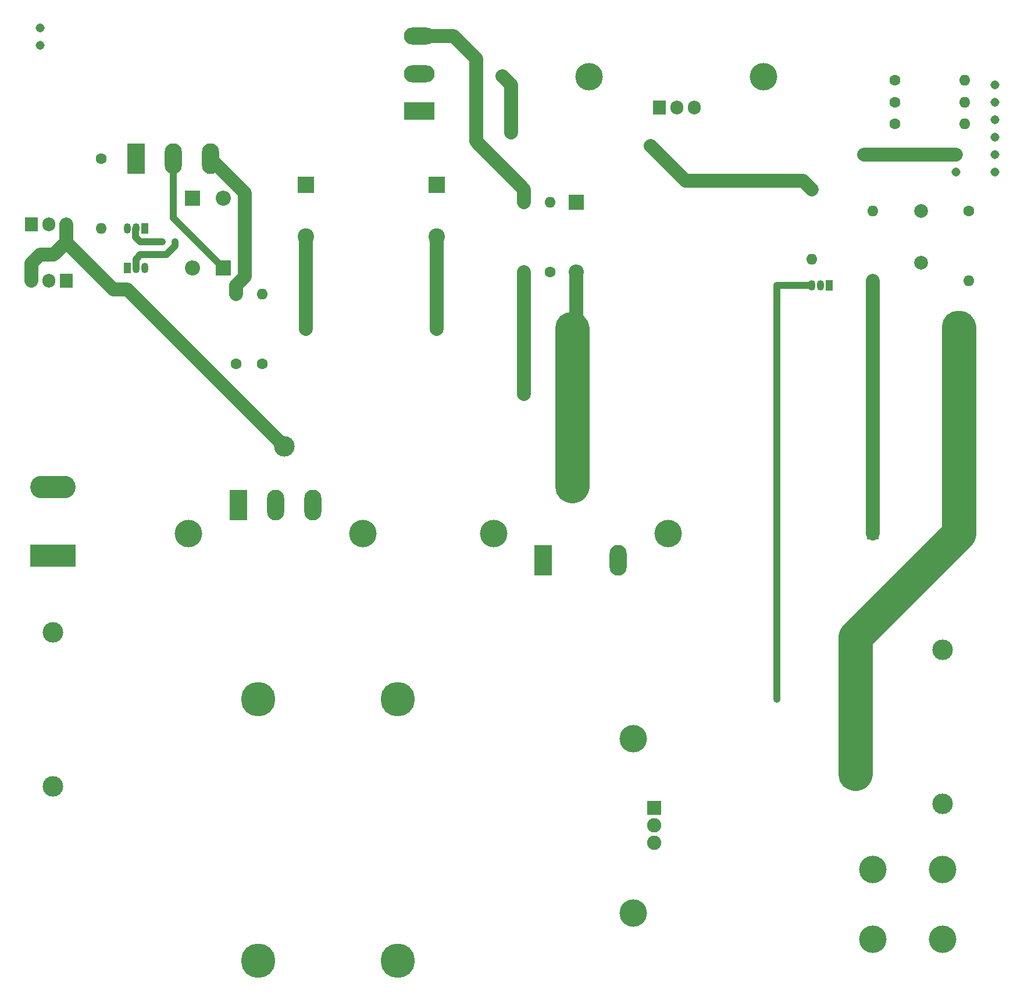
<source format=gbr>
%TF.GenerationSoftware,KiCad,Pcbnew,(5.1.7)-1*%
%TF.CreationDate,2020-10-24T18:30:36+02:00*%
%TF.ProjectId,dcconverter,6463636f-6e76-4657-9274-65722e6b6963,rev?*%
%TF.SameCoordinates,Original*%
%TF.FileFunction,Copper,L1,Top*%
%TF.FilePolarity,Positive*%
%FSLAX46Y46*%
G04 Gerber Fmt 4.6, Leading zero omitted, Abs format (unit mm)*
G04 Created by KiCad (PCBNEW (5.1.7)-1) date 2020-10-24 18:30:36*
%MOMM*%
%LPD*%
G01*
G04 APERTURE LIST*
%TA.AperFunction,ComponentPad*%
%ADD10C,5.000000*%
%TD*%
%TA.AperFunction,ComponentPad*%
%ADD11C,2.400000*%
%TD*%
%TA.AperFunction,ComponentPad*%
%ADD12R,2.400000X2.400000*%
%TD*%
%TA.AperFunction,ComponentPad*%
%ADD13C,4.000000*%
%TD*%
%TA.AperFunction,ComponentPad*%
%ADD14O,1.905000X2.000000*%
%TD*%
%TA.AperFunction,ComponentPad*%
%ADD15R,1.905000X2.000000*%
%TD*%
%TA.AperFunction,ComponentPad*%
%ADD16C,1.310000*%
%TD*%
%TA.AperFunction,ComponentPad*%
%ADD17R,1.800000X1.800000*%
%TD*%
%TA.AperFunction,ComponentPad*%
%ADD18C,1.800000*%
%TD*%
%TA.AperFunction,ComponentPad*%
%ADD19C,2.000000*%
%TD*%
%TA.AperFunction,ComponentPad*%
%ADD20R,2.500000X4.500000*%
%TD*%
%TA.AperFunction,ComponentPad*%
%ADD21O,2.500000X4.500000*%
%TD*%
%TA.AperFunction,ComponentPad*%
%ADD22R,2.200000X2.200000*%
%TD*%
%TA.AperFunction,ComponentPad*%
%ADD23O,2.200000X2.200000*%
%TD*%
%TA.AperFunction,ComponentPad*%
%ADD24C,3.000000*%
%TD*%
%TA.AperFunction,ComponentPad*%
%ADD25R,6.600000X3.300000*%
%TD*%
%TA.AperFunction,ComponentPad*%
%ADD26O,6.600000X3.300000*%
%TD*%
%TA.AperFunction,ComponentPad*%
%ADD27R,2.085000X2.085000*%
%TD*%
%TA.AperFunction,ComponentPad*%
%ADD28C,2.085000*%
%TD*%
%TA.AperFunction,ComponentPad*%
%ADD29R,4.500000X2.500000*%
%TD*%
%TA.AperFunction,ComponentPad*%
%ADD30O,4.500000X2.500000*%
%TD*%
%TA.AperFunction,ComponentPad*%
%ADD31R,1.050000X1.500000*%
%TD*%
%TA.AperFunction,ComponentPad*%
%ADD32O,1.050000X1.500000*%
%TD*%
%TA.AperFunction,ComponentPad*%
%ADD33C,1.600000*%
%TD*%
%TA.AperFunction,ComponentPad*%
%ADD34O,1.600000X1.600000*%
%TD*%
%TA.AperFunction,ViaPad*%
%ADD35C,5.000000*%
%TD*%
%TA.AperFunction,ViaPad*%
%ADD36C,2.000000*%
%TD*%
%TA.AperFunction,ViaPad*%
%ADD37C,3.000000*%
%TD*%
%TA.AperFunction,ViaPad*%
%ADD38C,1.000000*%
%TD*%
%TA.AperFunction,Conductor*%
%ADD39C,2.000000*%
%TD*%
%TA.AperFunction,Conductor*%
%ADD40C,5.000000*%
%TD*%
%TA.AperFunction,Conductor*%
%ADD41C,1.000000*%
%TD*%
G04 APERTURE END LIST*
D10*
%TO.P,L1,3*%
%TO.N,Net-(L1-Pad2)*%
X55880000Y-123825000D03*
%TO.P,L1,1*%
%TO.N,Net-(D1-Pad1)*%
X55880000Y-161925000D03*
%TO.P,L1,4*%
%TO.N,Net-(C1-Pad1)*%
X76200000Y-123825000D03*
%TO.P,L1,2*%
%TO.N,Net-(L1-Pad2)*%
X76200000Y-161925000D03*
%TD*%
D11*
%TO.P,C4,2*%
%TO.N,Net-(C1-Pad2)*%
X62865000Y-56395000D03*
D12*
%TO.P,C4,1*%
%TO.N,Net-(C4-Pad1)*%
X62865000Y-48895000D03*
%TD*%
D11*
%TO.P,C3,2*%
%TO.N,Net-(C1-Pad2)*%
X81915000Y-56395000D03*
D12*
%TO.P,C3,1*%
%TO.N,Net-(C3-Pad1)*%
X81915000Y-48895000D03*
%TD*%
D13*
%TO.P,HS-Q1,1*%
%TO.N,Net-(HS-Q1-Pad1)*%
X45720000Y-99695000D03*
X71120000Y-99695000D03*
%TD*%
D14*
%TO.P,Q8,3*%
%TO.N,Net-(Q1-Pad3)*%
X22860000Y-62865000D03*
%TO.P,Q8,2*%
%TO.N,Net-(Q5-Pad3)*%
X25400000Y-62865000D03*
D15*
%TO.P,Q8,1*%
%TO.N,Net-(C1-Pad2)*%
X27940000Y-62865000D03*
%TD*%
D16*
%TO.P,J5,2*%
%TO.N,Net-(IC1-Pad3)*%
X157480000Y-44450000D03*
%TO.P,J5,1*%
%TO.N,Net-(C1-Pad2)*%
X157480000Y-46990000D03*
%TD*%
%TO.P,J4,2*%
%TO.N,Net-(IC1-Pad3)*%
X24130000Y-26035000D03*
%TO.P,J4,1*%
%TO.N,Net-(C1-Pad2)*%
X24130000Y-28575000D03*
%TD*%
D17*
%TO.P,C1,1*%
%TO.N,Net-(C1-Pad1)*%
X145415000Y-99695000D03*
D18*
%TO.P,C1,2*%
%TO.N,Net-(C1-Pad2)*%
X157915000Y-99695000D03*
%TD*%
D19*
%TO.P,C2,1*%
%TO.N,Net-(C2-Pad1)*%
X152400000Y-52705000D03*
%TO.P,C2,2*%
%TO.N,Net-(C1-Pad2)*%
X152400000Y-60205000D03*
%TD*%
D20*
%TO.P,D1,1*%
%TO.N,Net-(D1-Pad1)*%
X97400000Y-103555000D03*
D21*
%TO.P,D1,2*%
%TO.N,Net-(C1-Pad2)*%
X108300000Y-103555000D03*
%TD*%
D22*
%TO.P,D2,1*%
%TO.N,Net-(D2-Pad1)*%
X102235000Y-51435000D03*
D23*
%TO.P,D2,2*%
%TO.N,Net-(C1-Pad2)*%
X102235000Y-61595000D03*
%TD*%
D22*
%TO.P,D3,1*%
%TO.N,Net-(D3-Pad1)*%
X50800000Y-60960000D03*
D23*
%TO.P,D3,2*%
%TO.N,Net-(D3-Pad2)*%
X50800000Y-50800000D03*
%TD*%
%TO.P,D4,2*%
%TO.N,Net-(C1-Pad2)*%
X46355000Y-60960000D03*
D22*
%TO.P,D4,1*%
%TO.N,Net-(D3-Pad2)*%
X46355000Y-50800000D03*
%TD*%
D24*
%TO.P,F1,2*%
%TO.N,Net-(F1-Pad2)*%
X26035000Y-114025000D03*
%TO.P,F1,1*%
%TO.N,Net-(F1-Pad1)*%
X26035000Y-136525000D03*
%TD*%
%TO.P,F2,1*%
%TO.N,Net-(F2-Pad1)*%
X155575000Y-139065000D03*
%TO.P,F2,2*%
%TO.N,Net-(F2-Pad2)*%
X155575000Y-116565000D03*
%TD*%
D13*
%TO.P,HS-D1,1*%
%TO.N,Net-(HS-D1-Pad1)*%
X90170000Y-99695000D03*
X115570000Y-99695000D03*
%TD*%
%TO.P,HS-IC1,1*%
%TO.N,Net-(HS-IC1-Pad1)*%
X129515001Y-33090001D03*
X104115001Y-33090001D03*
%TD*%
%TO.P,HS-Q2,1*%
%TO.N,Net-(HS-Q2-Pad1)*%
X110490000Y-154940000D03*
X110490000Y-129540000D03*
%TD*%
D15*
%TO.P,IC1,1*%
%TO.N,Net-(C3-Pad1)*%
X114300000Y-37600000D03*
D14*
%TO.P,IC1,2*%
%TO.N,Net-(C1-Pad2)*%
X116840000Y-37600000D03*
%TO.P,IC1,3*%
%TO.N,Net-(IC1-Pad3)*%
X119380000Y-37600000D03*
%TD*%
D25*
%TO.P,J1,1*%
%TO.N,Net-(F1-Pad2)*%
X26035000Y-102870000D03*
D26*
%TO.P,J1,2*%
%TO.N,Net-(C1-Pad2)*%
X26035000Y-92870000D03*
%TD*%
D16*
%TO.P,J2,1*%
%TO.N,Net-(C1-Pad2)*%
X163195000Y-46990000D03*
%TO.P,J2,2*%
%TO.N,Net-(IC1-Pad3)*%
X163195000Y-44450000D03*
%TO.P,J2,3*%
%TO.N,Net-(C2-Pad1)*%
X163195000Y-41910000D03*
%TO.P,J2,4*%
%TO.N,Net-(J2-Pad4)*%
X163195000Y-39370000D03*
%TO.P,J2,5*%
%TO.N,Net-(J2-Pad5)*%
X163195000Y-36830000D03*
%TO.P,J2,6*%
%TO.N,Net-(J2-Pad6)*%
X163195000Y-34290000D03*
%TD*%
D13*
%TO.P,J3,1*%
%TO.N,Net-(F2-Pad1)*%
X145415000Y-148590000D03*
X155575000Y-148590000D03*
%TO.P,J3,2*%
%TO.N,Net-(C1-Pad2)*%
X155575000Y-158750000D03*
X145415000Y-158750000D03*
%TD*%
D20*
%TO.P,Q1,1*%
%TO.N,Net-(F1-Pad1)*%
X52990000Y-95485000D03*
D21*
%TO.P,Q1,2*%
%TO.N,Net-(D1-Pad1)*%
X58440000Y-95485000D03*
%TO.P,Q1,3*%
%TO.N,Net-(Q1-Pad3)*%
X63890000Y-95485000D03*
%TD*%
D27*
%TO.P,Q2,1*%
%TO.N,Net-(Q10-Pad3)*%
X113560000Y-139640000D03*
D28*
%TO.P,Q2,2*%
%TO.N,Net-(F2-Pad2)*%
X113560000Y-142180000D03*
%TO.P,Q2,3*%
%TO.N,Net-(C1-Pad1)*%
X113560000Y-144720000D03*
%TD*%
D29*
%TO.P,Q3,1*%
%TO.N,Net-(C3-Pad1)*%
X79375000Y-38100000D03*
D30*
%TO.P,Q3,2*%
%TO.N,Net-(D2-Pad1)*%
X79375000Y-32650000D03*
%TO.P,Q3,3*%
%TO.N,Net-(Q3-Pad3)*%
X79375000Y-27200000D03*
%TD*%
D21*
%TO.P,Q4,3*%
%TO.N,Net-(Q4-Pad3)*%
X49000000Y-45085000D03*
%TO.P,Q4,2*%
%TO.N,Net-(D3-Pad1)*%
X43550000Y-45085000D03*
D20*
%TO.P,Q4,1*%
%TO.N,Net-(C4-Pad1)*%
X38100000Y-45085000D03*
%TD*%
D31*
%TO.P,Q5,1*%
%TO.N,Net-(Q5-Pad1)*%
X39370000Y-55245000D03*
D32*
%TO.P,Q5,3*%
%TO.N,Net-(Q5-Pad3)*%
X36830000Y-55245000D03*
%TO.P,Q5,2*%
%TO.N,Net-(Q5-Pad2)*%
X38100000Y-55245000D03*
%TD*%
%TO.P,Q6,2*%
%TO.N,Net-(Q6-Pad2)*%
X38100000Y-60960000D03*
%TO.P,Q6,3*%
%TO.N,Net-(Q5-Pad1)*%
X39370000Y-60960000D03*
D31*
%TO.P,Q6,1*%
%TO.N,Net-(C1-Pad2)*%
X36830000Y-60960000D03*
%TD*%
D15*
%TO.P,Q7,1*%
%TO.N,Net-(Q5-Pad3)*%
X22860000Y-54610000D03*
D14*
%TO.P,Q7,2*%
%TO.N,Net-(C4-Pad1)*%
X25400000Y-54610000D03*
%TO.P,Q7,3*%
%TO.N,Net-(Q1-Pad3)*%
X27940000Y-54610000D03*
%TD*%
D32*
%TO.P,Q10,2*%
%TO.N,Net-(Q10-Pad2)*%
X137795000Y-63500000D03*
%TO.P,Q10,3*%
%TO.N,Net-(Q10-Pad3)*%
X136525000Y-63500000D03*
D31*
%TO.P,Q10,1*%
%TO.N,Net-(C1-Pad2)*%
X139065000Y-63500000D03*
%TD*%
D33*
%TO.P,R1,1*%
%TO.N,Net-(C1-Pad1)*%
X145415000Y-62865000D03*
D34*
%TO.P,R1,2*%
%TO.N,Net-(C2-Pad1)*%
X145415000Y-52705000D03*
%TD*%
%TO.P,R2,2*%
%TO.N,Net-(C1-Pad2)*%
X159385000Y-62865000D03*
D33*
%TO.P,R2,1*%
%TO.N,Net-(C2-Pad1)*%
X159385000Y-52705000D03*
%TD*%
D34*
%TO.P,R3,2*%
%TO.N,Net-(D2-Pad1)*%
X98425000Y-51435000D03*
D33*
%TO.P,R3,1*%
%TO.N,Net-(F1-Pad1)*%
X98425000Y-61595000D03*
%TD*%
%TO.P,R4,1*%
%TO.N,Net-(F1-Pad1)*%
X94615000Y-61595000D03*
D34*
%TO.P,R4,2*%
%TO.N,Net-(Q3-Pad3)*%
X94615000Y-51435000D03*
%TD*%
D33*
%TO.P,R5,1*%
%TO.N,Net-(F1-Pad1)*%
X56515000Y-74930000D03*
D34*
%TO.P,R5,2*%
%TO.N,Net-(D3-Pad1)*%
X56515000Y-64770000D03*
%TD*%
%TO.P,R6,2*%
%TO.N,Net-(Q4-Pad3)*%
X52705000Y-64770000D03*
D33*
%TO.P,R6,1*%
%TO.N,Net-(F1-Pad1)*%
X52705000Y-74930000D03*
%TD*%
%TO.P,R7,1*%
%TO.N,Net-(Q5-Pad2)*%
X148590000Y-40005000D03*
D34*
%TO.P,R7,2*%
%TO.N,Net-(J2-Pad4)*%
X158750000Y-40005000D03*
%TD*%
%TO.P,R8,2*%
%TO.N,Net-(J2-Pad5)*%
X158750000Y-36830000D03*
D33*
%TO.P,R8,1*%
%TO.N,Net-(Q6-Pad2)*%
X148590000Y-36830000D03*
%TD*%
%TO.P,R9,1*%
%TO.N,Net-(C4-Pad1)*%
X33020000Y-45085000D03*
D34*
%TO.P,R9,2*%
%TO.N,Net-(Q5-Pad3)*%
X33020000Y-55245000D03*
%TD*%
%TO.P,R10,2*%
%TO.N,Net-(Q10-Pad3)*%
X136525000Y-59690000D03*
D33*
%TO.P,R10,1*%
%TO.N,Net-(C3-Pad1)*%
X136525000Y-49530000D03*
%TD*%
%TO.P,R11,1*%
%TO.N,Net-(Q10-Pad2)*%
X148590000Y-33655000D03*
D34*
%TO.P,R11,2*%
%TO.N,Net-(J2-Pad6)*%
X158750000Y-33655000D03*
%TD*%
D35*
%TO.N,Net-(C1-Pad2)*%
X142875000Y-134620000D03*
X157915000Y-69650000D03*
X101600000Y-92710000D03*
X101600000Y-69850000D03*
D36*
X62865000Y-69850000D03*
X81915000Y-69850000D03*
%TO.N,Net-(C3-Pad1)*%
X113030000Y-43180000D03*
%TO.N,Net-(D2-Pad1)*%
X92710000Y-41275000D03*
X91440000Y-33020000D03*
%TO.N,Net-(F1-Pad1)*%
X94615000Y-79375000D03*
%TO.N,Net-(IC1-Pad3)*%
X144145000Y-44450000D03*
D37*
%TO.N,Net-(Q1-Pad3)*%
X59690000Y-86995000D03*
D38*
%TO.N,Net-(Q10-Pad3)*%
X131445000Y-123825000D03*
%TO.N,Net-(Q5-Pad2)*%
X41910000Y-57150000D03*
%TO.N,Net-(Q6-Pad2)*%
X43815000Y-57150000D03*
%TD*%
D39*
%TO.N,Net-(C1-Pad1)*%
X145415000Y-99695000D02*
X145415000Y-62865000D01*
D40*
%TO.N,Net-(C1-Pad2)*%
X157915000Y-99695000D02*
X142875000Y-114735000D01*
X142875000Y-114735000D02*
X142875000Y-134620000D01*
X142875000Y-134620000D02*
X142875000Y-134620000D01*
X157915000Y-99695000D02*
X157915000Y-69650000D01*
X157915000Y-69650000D02*
X157915000Y-69650000D01*
X101600000Y-92710000D02*
X101600000Y-69850000D01*
X101600000Y-69850000D02*
X101600000Y-69850000D01*
D39*
X62865000Y-56395000D02*
X62865000Y-69850000D01*
X62865000Y-69850000D02*
X62865000Y-69850000D01*
X81915000Y-56395000D02*
X81915000Y-69850000D01*
X81915000Y-69850000D02*
X81915000Y-69850000D01*
X102235000Y-69215000D02*
X101600000Y-69850000D01*
X102235000Y-61595000D02*
X102235000Y-69215000D01*
%TO.N,Net-(C3-Pad1)*%
X135255000Y-48260000D02*
X136525000Y-49530000D01*
X118110000Y-48260000D02*
X135255000Y-48260000D01*
X113030000Y-43180000D02*
X118110000Y-48260000D01*
%TO.N,Net-(D2-Pad1)*%
X92710000Y-41275000D02*
X92710000Y-35560000D01*
X92710000Y-35560000D02*
X92710000Y-34290000D01*
X92710000Y-34290000D02*
X91440000Y-33020000D01*
X91440000Y-33020000D02*
X91440000Y-33020000D01*
D41*
%TO.N,Net-(D3-Pad1)*%
X43550000Y-53710000D02*
X43550000Y-45085000D01*
X50800000Y-60960000D02*
X43550000Y-53710000D01*
D39*
%TO.N,Net-(F1-Pad1)*%
X94615000Y-61595000D02*
X94615000Y-79375000D01*
X94615000Y-79375000D02*
X94615000Y-79375000D01*
%TO.N,Net-(IC1-Pad3)*%
X157480000Y-44450000D02*
X144145000Y-44450000D01*
X144145000Y-44450000D02*
X144145000Y-44450000D01*
%TO.N,Net-(Q1-Pad3)*%
X27940000Y-57233392D02*
X26118392Y-59055000D01*
X27940000Y-54610000D02*
X27940000Y-57233392D01*
X26118392Y-59055000D02*
X24130000Y-59055000D01*
X22860000Y-60325000D02*
X22860000Y-62865000D01*
X24130000Y-59055000D02*
X22860000Y-60325000D01*
X34841608Y-64135000D02*
X27940000Y-57233392D01*
X36830000Y-64135000D02*
X34841608Y-64135000D01*
X59690000Y-86995000D02*
X36830000Y-64135000D01*
D41*
%TO.N,Net-(Q10-Pad3)*%
X131445000Y-63500000D02*
X136525000Y-63500000D01*
X131445000Y-63500000D02*
X131445000Y-123825000D01*
X131445000Y-123825000D02*
X131445000Y-123825000D01*
D39*
%TO.N,Net-(Q3-Pad3)*%
X84350000Y-27200000D02*
X79375000Y-27200000D01*
X87630000Y-42545000D02*
X87630000Y-30480000D01*
X94615000Y-49530000D02*
X87630000Y-42545000D01*
X87630000Y-30480000D02*
X84350000Y-27200000D01*
X94615000Y-51435000D02*
X94615000Y-49530000D01*
%TO.N,Net-(Q4-Pad3)*%
X53975000Y-50060000D02*
X49000000Y-45085000D01*
X53975000Y-62230000D02*
X53975000Y-50060000D01*
X52705000Y-63500000D02*
X53975000Y-62230000D01*
X52705000Y-64770000D02*
X52705000Y-63500000D01*
D41*
%TO.N,Net-(Q5-Pad2)*%
X38055010Y-55289990D02*
X38055010Y-56470010D01*
X38100000Y-55245000D02*
X38055010Y-55289990D01*
X38055010Y-56470010D02*
X38735000Y-57150000D01*
X38735000Y-57150000D02*
X41910000Y-57150000D01*
X41910000Y-57150000D02*
X41910000Y-57150000D01*
%TO.N,Net-(Q6-Pad2)*%
X38100000Y-60960000D02*
X38100000Y-59690000D01*
X38100000Y-59690000D02*
X38280010Y-59509990D01*
X38280010Y-59509990D02*
X38735000Y-59055000D01*
X38735000Y-59055000D02*
X39422425Y-59055000D01*
X39422425Y-59055000D02*
X41910000Y-59055000D01*
X41910000Y-59055000D02*
X41910000Y-59055000D01*
X41910000Y-59055000D02*
X42545000Y-59055000D01*
X42545000Y-59055000D02*
X43815000Y-57785000D01*
X43815000Y-57785000D02*
X43815000Y-57150000D01*
X43815000Y-57150000D02*
X43815000Y-57150000D01*
%TD*%
M02*

</source>
